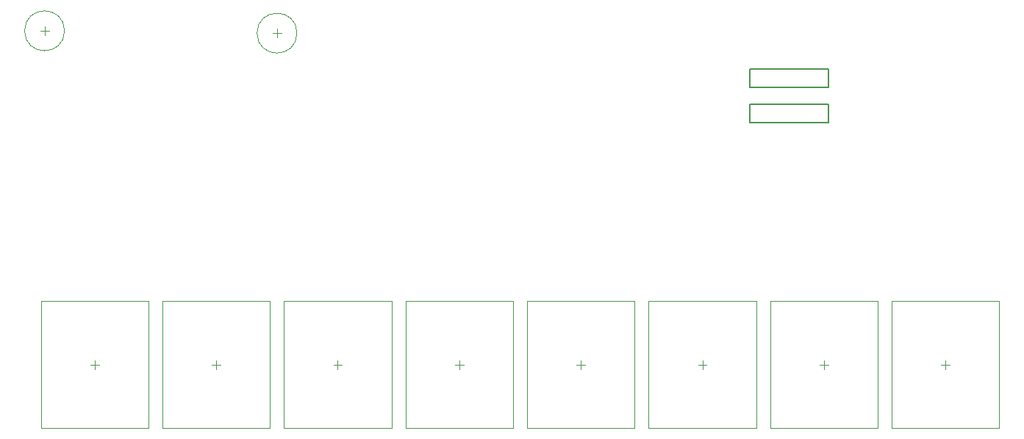
<source format=gbr>
G04*
G04 #@! TF.GenerationSoftware,Altium Limited,Altium Designer,24.5.1 (21)*
G04*
G04 Layer_Color=32768*
%FSLAX25Y25*%
%MOIN*%
G70*
G04*
G04 #@! TF.SameCoordinates,3106325B-D942-48A4-ABE3-467AB4579E9E*
G04*
G04*
G04 #@! TF.FilePolarity,Positive*
G04*
G01*
G75*
%ADD12C,0.00787*%
%ADD56C,0.00197*%
D12*
X358217Y153327D02*
X393752D01*
X358217D02*
Y161634D01*
X393752D01*
Y153327D02*
Y161634D01*
X358217Y177382D02*
X393752D01*
Y169075D02*
Y177382D01*
X358217Y169075D02*
X393752D01*
X358217D02*
Y177382D01*
D56*
X152756Y193819D02*
G03*
X152756Y193819I-9055J0D01*
G01*
X47362Y194882D02*
G03*
X47362Y194882I-9055J0D01*
G01*
X143701Y191850D02*
Y195787D01*
X141732Y193819D02*
X145669D01*
X36339Y194882D02*
X40276D01*
X38307Y192913D02*
Y196850D01*
X305906Y14370D02*
Y72244D01*
X257087Y14370D02*
X305906D01*
X257087D02*
Y72244D01*
X305906D01*
X281496Y41339D02*
Y45276D01*
X279528Y43307D02*
X283465D01*
X471260Y14370D02*
Y72244D01*
X422441Y14370D02*
X471260D01*
X422441D02*
Y72244D01*
X471260D01*
X446850Y41339D02*
Y45276D01*
X444882Y43307D02*
X448819D01*
X361024Y14370D02*
Y72244D01*
X312205Y14370D02*
X361024D01*
X312205D02*
Y72244D01*
X361024D01*
X336614Y41339D02*
Y45276D01*
X334646Y43307D02*
X338583D01*
X416142Y14370D02*
Y72244D01*
X367323Y14370D02*
X416142D01*
X367323D02*
Y72244D01*
X416142D01*
X391732Y41339D02*
Y45276D01*
X389764Y43307D02*
X393701D01*
X140551Y14370D02*
Y72244D01*
X91732Y14370D02*
X140551D01*
X91732D02*
Y72244D01*
X140551D01*
X116142Y41339D02*
Y45276D01*
X114173Y43307D02*
X118110D01*
X195669Y14370D02*
Y72244D01*
X146850Y14370D02*
X195669D01*
X146850D02*
Y72244D01*
X195669D01*
X171260Y41339D02*
Y45276D01*
X169291Y43307D02*
X173228D01*
X250787Y14370D02*
Y72244D01*
X201969Y14370D02*
X250787D01*
X201969D02*
Y72244D01*
X250787D01*
X226378Y41339D02*
Y45276D01*
X224410Y43307D02*
X228346D01*
X59055D02*
X62992D01*
X61024Y41339D02*
Y45276D01*
X36614Y72244D02*
X85433D01*
X36614Y14370D02*
Y72244D01*
Y14370D02*
X85433D01*
Y72244D01*
M02*

</source>
